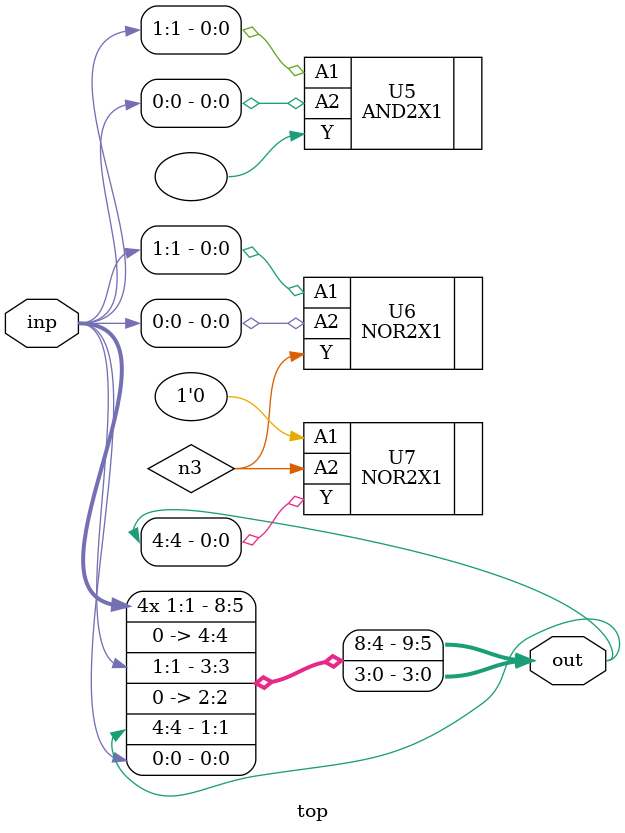
<source format=sv>


module top ( inp, out );
  input [1:0] inp;
  output [9:0] out;
  wire   n3;
  assign out[0] = inp[0];
  assign out[6] = inp[1];
  assign out[3] = inp[1];
  assign out[7] = inp[1];
  assign out[8] = inp[1];
  assign out[9] = inp[1];
  assign out[1] = out[4];
  assign out[5] = out[2];

  AND2X1 U5 (.A1(inp[1]), .A2(inp[0]), .Y());
  NOR2X1 U6 (.A1(inp[1]), .A2(inp[0]), .Y(n3));
  NOR2X1 U7 (.A1(out[2]), .A2(n3), .Y(out[4]));

  assign out[2] = 1'b0;
endmodule



</source>
